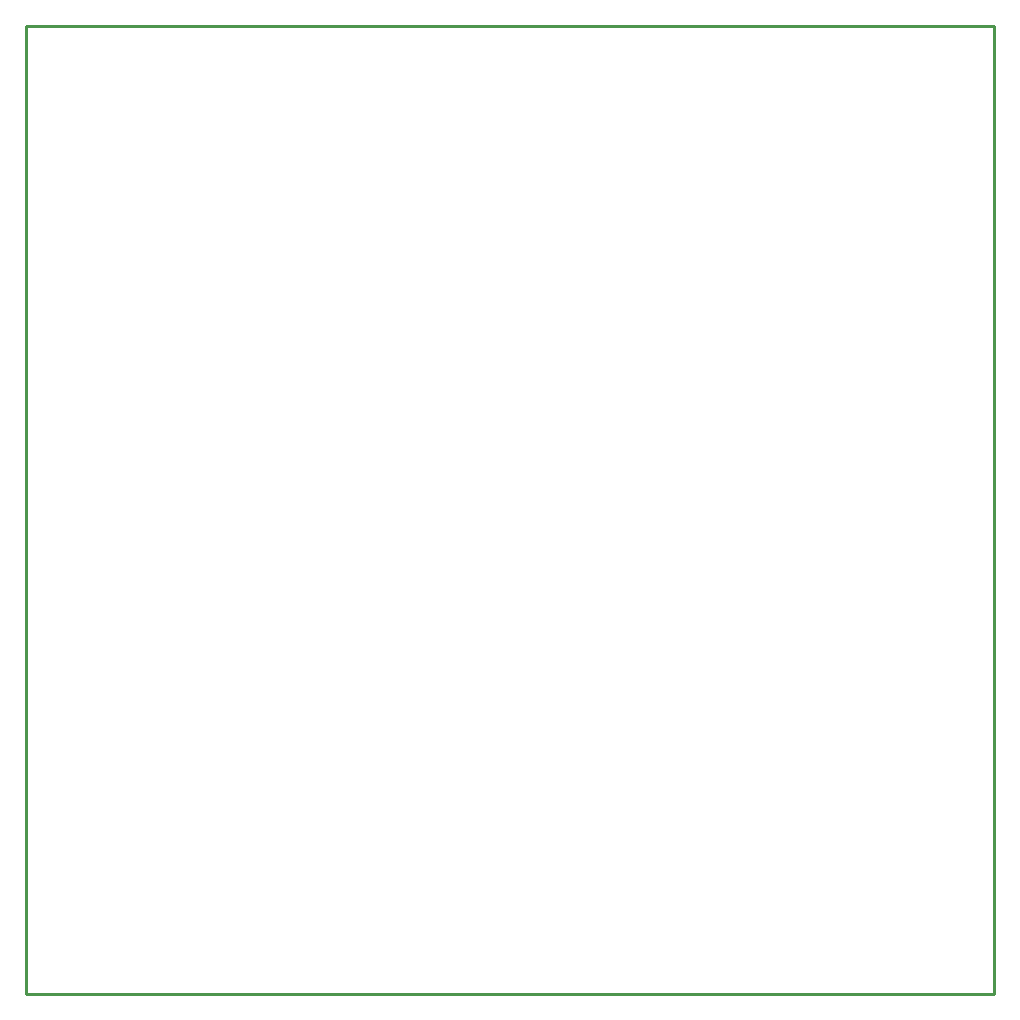
<source format=gbr>
G04 EAGLE Gerber RS-274X export*
G75*
%MOMM*%
%FSLAX34Y34*%
%LPD*%
%IN*%
%IPPOS*%
%AMOC8*
5,1,8,0,0,1.08239X$1,22.5*%
G01*
%ADD10C,0.254000*%


D10*
X0Y170000D02*
X820000Y170000D01*
X820000Y990000D01*
X0Y990000D01*
X0Y170000D01*
M02*

</source>
